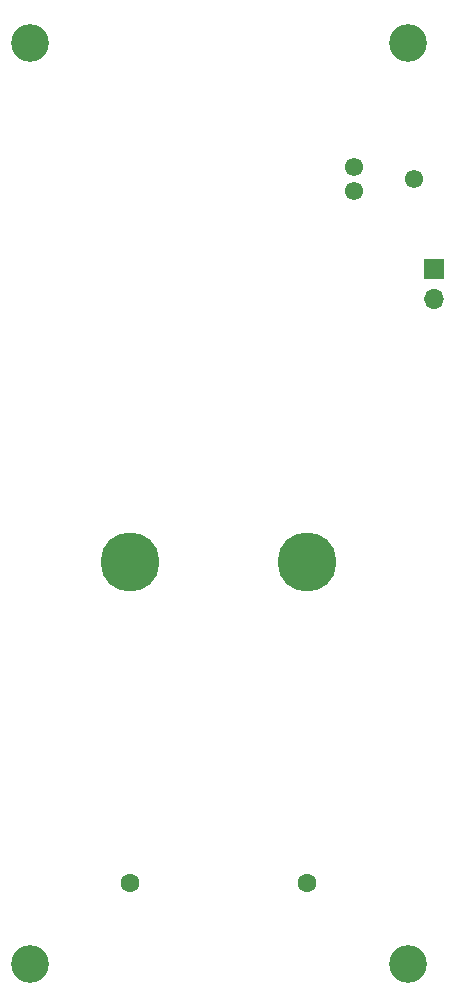
<source format=gbr>
%TF.GenerationSoftware,KiCad,Pcbnew,7.0.6*%
%TF.CreationDate,2023-11-18T03:16:50+01:00*%
%TF.ProjectId,LoRa_Sensor,4c6f5261-5f53-4656-9e73-6f722e6b6963,rev?*%
%TF.SameCoordinates,Original*%
%TF.FileFunction,Soldermask,Bot*%
%TF.FilePolarity,Negative*%
%FSLAX46Y46*%
G04 Gerber Fmt 4.6, Leading zero omitted, Abs format (unit mm)*
G04 Created by KiCad (PCBNEW 7.0.6) date 2023-11-18 03:16:50*
%MOMM*%
%LPD*%
G01*
G04 APERTURE LIST*
%ADD10C,3.200000*%
%ADD11C,1.550000*%
%ADD12R,1.700000X1.700000*%
%ADD13O,1.700000X1.700000*%
%ADD14C,1.600000*%
%ADD15C,5.000000*%
G04 APERTURE END LIST*
D10*
%TO.C,H2*%
X126000000Y-46000000D03*
%TD*%
D11*
%TO.C,J2*%
X126520000Y-57516000D03*
X121440000Y-56500000D03*
X121440000Y-58532000D03*
%TD*%
D12*
%TO.C,J1*%
X128200000Y-65125000D03*
D13*
X128200000Y-67665000D03*
%TD*%
D10*
%TO.C,H1*%
X94000000Y-46000000D03*
%TD*%
%TO.C,H3*%
X94000000Y-124000000D03*
%TD*%
%TO.C,H4*%
X126000000Y-124000000D03*
%TD*%
D14*
%TO.C,U2*%
X117495000Y-117100000D03*
X102505000Y-117100000D03*
D15*
X102505000Y-89920000D03*
X117495000Y-89920000D03*
%TD*%
M02*

</source>
